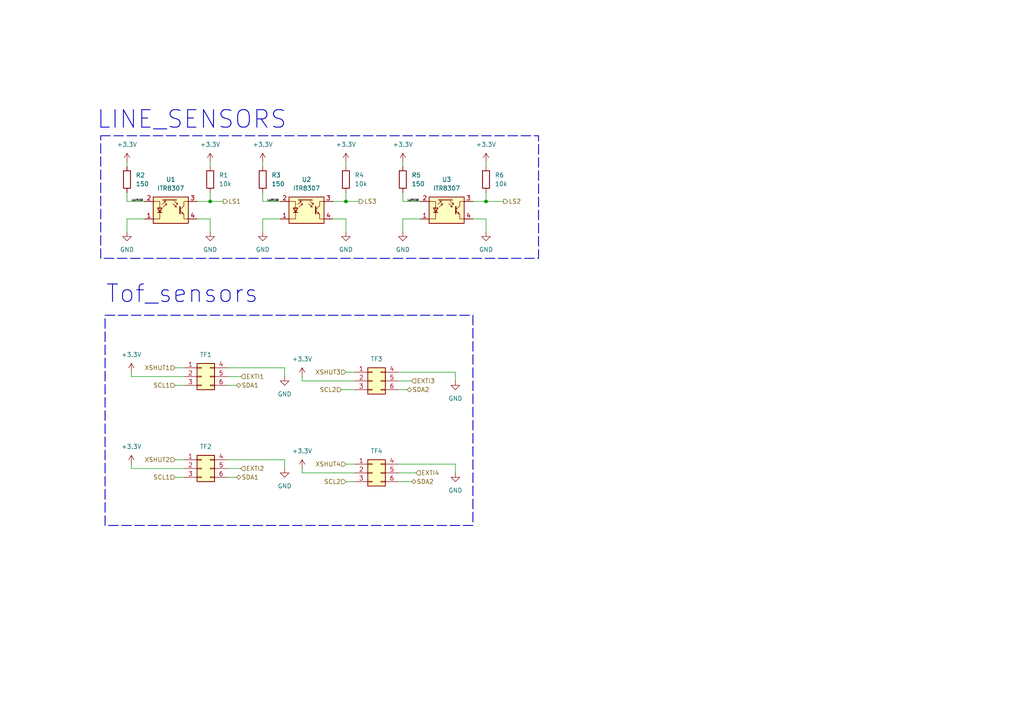
<source format=kicad_sch>
(kicad_sch (version 20250114) (generator "eeschema") (generator_version "9.0")
  (paper "A4")
  (lib_symbols
    (symbol "Connector_Generic:Conn_02x03_Top_Bottom" (pin_names (offset 1.016) (hide yes))
      (property "Reference" "J" (at 1.27 5.08 0))
      (property "Value" "Conn_02x03_Top_Bottom" (at 1.27 -5.08 0))
      (symbol "Conn_02x03_Top_Bottom_1_1"
        (rectangle (start -1.27 3.81) (end 3.81 -3.81) (stroke (width 0.254)) (fill (type background)))
        (rectangle (start -1.27 2.667) (end 0 2.413) (stroke (width 0.1524)))
        (rectangle (start -1.27 0.127) (end 0 -0.127) (stroke (width 0.1524)))
        (rectangle (start -1.27 -2.413) (end 0 -2.667) (stroke (width 0.1524)))
        (rectangle (start 3.81 2.667) (end 2.54 2.413) (stroke (width 0.1524)))
        (rectangle (start 3.81 0.127) (end 2.54 -0.127) (stroke (width 0.1524)))
        (rectangle (start 3.81 -2.413) (end 2.54 -2.667) (stroke (width 0.1524)))
        (pin passive line (at -5.08 2.54 0) (length 3.81) (name "Pin_1") (number "1"))
        (pin passive line (at -5.08 0 0) (length 3.81) (name "Pin_2") (number "2"))
        (pin passive line (at -5.08 -2.54 0) (length 3.81) (name "Pin_3") (number "3"))
        (pin passive line (at 7.62 2.54 180) (length 3.81) (name "Pin_4") (number "4"))
        (pin passive line (at 7.62 0 180) (length 3.81) (name "Pin_5") (number "5"))
        (pin passive line (at 7.62 -2.54 180) (length 3.81) (name "Pin_6") (number "6"))
      )
    )
    (symbol "Device:R" (pin_numbers (hide yes)) (pin_names (offset 0))
      (property "Reference" "R" (at 2.032 0 90))
      (property "Value" "R" (at 0 0 90))
      (symbol "R_0_1"
        (rectangle (start -1.016 -2.54) (end 1.016 2.54) (stroke (width 0.254)))
      )
      (symbol "R_1_1"
        (pin passive line (at 0 3.81 270) (length 1.27) (name "~") (number "1"))
        (pin passive line (at 0 -3.81 90) (length 1.27) (name "~") (number "2"))
      )
    )
    (symbol "ITR8307_1" (pin_names (offset 0.0254) (hide yes))
      (property "Reference" "U1" (at 0 8.89 0))
      (property "Value" "ITR8307" (at 0 6.35 0))
      (symbol "ITR8307_1_0_1"
        (polyline (pts (xy -5.08 -2.54) (xy -3.175 -2.54) (xy -3.175 2.54) (xy -5.08 2.54)))
        (polyline (pts (xy -5.08 -3.81) (xy 5.08 -3.81) (xy 5.08 3.81) (xy -5.08 3.81) (xy -5.08 -3.81)) (stroke (width 0.254)) (fill (type background)))
        (polyline (pts (xy -3.81 -0.635) (xy -2.54 -0.635)) (stroke (width 0.254)))
        (polyline (pts (xy -3.175 -0.635) (xy -3.81 0.635) (xy -2.54 0.635) (xy -3.175 -0.635)) (stroke (width 0.254)))
        (polyline (pts (xy -2.54 1.651) (xy -1.524 2.667) (xy -2.032 2.54)))
        (polyline (pts (xy -2.286 2.921) (xy -2.032 3.175)))
        (polyline (pts (xy -2.159 0.889) (xy -1.143 1.905) (xy -1.651 1.778)))
        (polyline (pts (xy -1.778 2.921) (xy -1.524 3.175)))
        (polyline (pts (xy -1.524 2.667) (xy -1.651 2.159)))
        (polyline (pts (xy -1.27 2.921) (xy -1.016 3.175)))
        (polyline (pts (xy -1.143 1.905) (xy -1.27 1.397)))
        (polyline (pts (xy -0.762 2.921) (xy -0.508 3.175)))
        (polyline (pts (xy -0.254 2.921) (xy 0 3.175)))
        (polyline (pts (xy 0.254 2.921) (xy 0.508 3.175)))
        (polyline (pts (xy 0.635 1.905) (xy 1.651 0.889) (xy 1.524 1.397)))
        (polyline (pts (xy 0.762 2.921) (xy 1.016 3.175)))
        (polyline (pts (xy 1.016 2.667) (xy 2.032 1.651) (xy 1.905 2.159)))
        (polyline (pts (xy 1.27 2.921) (xy 1.524 3.175)))
        (polyline (pts (xy 1.651 0.889) (xy 1.143 1.016)))
        (polyline (pts (xy 1.778 2.921) (xy -2.413 2.921)))
        (polyline (pts (xy 2.032 1.651) (xy 1.524 1.778)))
        (polyline (pts (xy 2.667 1.016) (xy 2.667 -1.016) (xy 2.667 -1.016)) (stroke (width 0.3556)))
        (polyline (pts (xy 2.667 0.127) (xy 3.81 1.27)))
        (polyline (pts (xy 2.667 -0.127) (xy 3.81 -1.27)))
        (polyline (pts (xy 3.683 -1.143) (xy 3.429 -0.635) (xy 3.175 -0.889) (xy 3.683 -1.143)))
        (polyline (pts (xy 3.81 1.27) (xy 3.81 2.54) (xy 5.08 2.54)))
        (polyline (pts (xy 3.81 -1.27) (xy 3.81 -2.54) (xy 5.08 -2.54)))
      )
      (symbol "ITR8307_1_1_1"
        (pin passive line (at -7.62 2.54 0) (length 2.54) (name "A") (number "2"))
        (pin passive line (at -7.62 -2.54 0) (length 2.54) (name "K") (number "1"))
        (pin open_collector line (at 7.62 2.54 180) (length 2.54) (name "C") (number "3"))
        (pin passive line (at 7.62 -2.54 180) (length 2.54) (name "E") (number "4"))
      )
    )
    (symbol "ITR8307_2" (pin_names (offset 0.0254) (hide yes))
      (property "Reference" "U2" (at 0 8.89 0))
      (property "Value" "ITR8307" (at 0 6.35 0))
      (symbol "ITR8307_2_0_1"
        (polyline (pts (xy -5.08 -2.54) (xy -3.175 -2.54) (xy -3.175 2.54) (xy -5.08 2.54)))
        (polyline (pts (xy -5.08 -3.81) (xy 5.08 -3.81) (xy 5.08 3.81) (xy -5.08 3.81) (xy -5.08 -3.81)) (stroke (width 0.254)) (fill (type background)))
        (polyline (pts (xy -3.81 -0.635) (xy -2.54 -0.635)) (stroke (width 0.254)))
        (polyline (pts (xy -3.175 -0.635) (xy -3.81 0.635) (xy -2.54 0.635) (xy -3.175 -0.635)) (stroke (width 0.254)))
        (polyline (pts (xy -2.54 1.651) (xy -1.524 2.667) (xy -2.032 2.54)))
        (polyline (pts (xy -2.286 2.921) (xy -2.032 3.175)))
        (polyline (pts (xy -2.159 0.889) (xy -1.143 1.905) (xy -1.651 1.778)))
        (polyline (pts (xy -1.778 2.921) (xy -1.524 3.175)))
        (polyline (pts (xy -1.524 2.667) (xy -1.651 2.159)))
        (polyline (pts (xy -1.27 2.921) (xy -1.016 3.175)))
        (polyline (pts (xy -1.143 1.905) (xy -1.27 1.397)))
        (polyline (pts (xy -0.762 2.921) (xy -0.508 3.175)))
        (polyline (pts (xy -0.254 2.921) (xy 0 3.175)))
        (polyline (pts (xy 0.254 2.921) (xy 0.508 3.175)))
        (polyline (pts (xy 0.635 1.905) (xy 1.651 0.889) (xy 1.524 1.397)))
        (polyline (pts (xy 0.762 2.921) (xy 1.016 3.175)))
        (polyline (pts (xy 1.016 2.667) (xy 2.032 1.651) (xy 1.905 2.159)))
        (polyline (pts (xy 1.27 2.921) (xy 1.524 3.175)))
        (polyline (pts (xy 1.651 0.889) (xy 1.143 1.016)))
        (polyline (pts (xy 1.778 2.921) (xy -2.413 2.921)))
        (polyline (pts (xy 2.032 1.651) (xy 1.524 1.778)))
        (polyline (pts (xy 2.667 1.016) (xy 2.667 -1.016) (xy 2.667 -1.016)) (stroke (width 0.3556)))
        (polyline (pts (xy 2.667 0.127) (xy 3.81 1.27)))
        (polyline (pts (xy 2.667 -0.127) (xy 3.81 -1.27)))
        (polyline (pts (xy 3.683 -1.143) (xy 3.429 -0.635) (xy 3.175 -0.889) (xy 3.683 -1.143)))
        (polyline (pts (xy 3.81 1.27) (xy 3.81 2.54) (xy 5.08 2.54)))
        (polyline (pts (xy 3.81 -1.27) (xy 3.81 -2.54) (xy 5.08 -2.54)))
      )
      (symbol "ITR8307_2_1_1"
        (pin passive line (at -7.62 2.54 0) (length 2.54) (name "A") (number "2"))
        (pin passive line (at -7.62 -2.54 0) (length 2.54) (name "K") (number "1"))
        (pin open_collector line (at 7.62 2.54 180) (length 2.54) (name "C") (number "3"))
        (pin passive line (at 7.62 -2.54 180) (length 2.54) (name "E") (number "4"))
      )
    )
    (symbol "Sensor_Proximity:ITR8307" (pin_names (offset 0.0254) (hide yes))
      (property "Reference" "U3" (at 0 8.89 0))
      (property "Value" "ITR8307" (at 0 6.35 0))
      (symbol "ITR8307_0_1"
        (polyline (pts (xy -5.08 -2.54) (xy -3.175 -2.54) (xy -3.175 2.54) (xy -5.08 2.54)))
        (polyline (pts (xy -5.08 -3.81) (xy 5.08 -3.81) (xy 5.08 3.81) (xy -5.08 3.81) (xy -5.08 -3.81)) (stroke (width 0.254)) (fill (type background)))
        (polyline (pts (xy -3.81 -0.635) (xy -2.54 -0.635)) (stroke (width 0.254)))
        (polyline (pts (xy -3.175 -0.635) (xy -3.81 0.635) (xy -2.54 0.635) (xy -3.175 -0.635)) (stroke (width 0.254)))
        (polyline (pts (xy -2.54 1.651) (xy -1.524 2.667) (xy -2.032 2.54)))
        (polyline (pts (xy -2.286 2.921) (xy -2.032 3.175)))
        (polyline (pts (xy -2.159 0.889) (xy -1.143 1.905) (xy -1.651 1.778)))
        (polyline (pts (xy -1.778 2.921) (xy -1.524 3.175)))
        (polyline (pts (xy -1.524 2.667) (xy -1.651 2.159)))
        (polyline (pts (xy -1.27 2.921) (xy -1.016 3.175)))
        (polyline (pts (xy -1.143 1.905) (xy -1.27 1.397)))
        (polyline (pts (xy -0.762 2.921) (xy -0.508 3.175)))
        (polyline (pts (xy -0.254 2.921) (xy 0 3.175)))
        (polyline (pts (xy 0.254 2.921) (xy 0.508 3.175)))
        (polyline (pts (xy 0.635 1.905) (xy 1.651 0.889) (xy 1.524 1.397)))
        (polyline (pts (xy 0.762 2.921) (xy 1.016 3.175)))
        (polyline (pts (xy 1.016 2.667) (xy 2.032 1.651) (xy 1.905 2.159)))
        (polyline (pts (xy 1.27 2.921) (xy 1.524 3.175)))
        (polyline (pts (xy 1.651 0.889) (xy 1.143 1.016)))
        (polyline (pts (xy 1.778 2.921) (xy -2.413 2.921)))
        (polyline (pts (xy 2.032 1.651) (xy 1.524 1.778)))
        (polyline (pts (xy 2.667 1.016) (xy 2.667 -1.016) (xy 2.667 -1.016)) (stroke (width 0.3556)))
        (polyline (pts (xy 2.667 0.127) (xy 3.81 1.27)))
        (polyline (pts (xy 2.667 -0.127) (xy 3.81 -1.27)))
        (polyline (pts (xy 3.683 -1.143) (xy 3.429 -0.635) (xy 3.175 -0.889) (xy 3.683 -1.143)))
        (polyline (pts (xy 3.81 1.27) (xy 3.81 2.54) (xy 5.08 2.54)))
        (polyline (pts (xy 3.81 -1.27) (xy 3.81 -2.54) (xy 5.08 -2.54)))
      )
      (symbol "ITR8307_1_1"
        (pin passive line (at -7.62 2.54 0) (length 2.54) (name "A") (number "2"))
        (pin passive line (at -7.62 -2.54 0) (length 2.54) (name "K") (number "1"))
        (pin open_collector line (at 7.62 2.54 180) (length 2.54) (name "C") (number "3"))
        (pin passive line (at 7.62 -2.54 180) (length 2.54) (name "E") (number "4"))
      )
    )
    (symbol "power:+3.3V" (power) (pin_numbers (hide yes)) (pin_names (offset 0) (hide yes))
      (property "Value" "+3.3V" (at 0 3.556 0))
      (symbol "+3.3V_0_1"
        (polyline (pts (xy -0.762 1.27) (xy 0 2.54)))
        (polyline (pts (xy 0 2.54) (xy 0.762 1.27)))
        (polyline (pts (xy 0 0) (xy 0 2.54)))
      )
      (symbol "+3.3V_1_1"
        (pin power_in line (at 0 0 90) (length 0) (name "~") (number "1"))
      )
    )
    (symbol "power:GND" (power) (pin_numbers (hide yes)) (pin_names (offset 0) (hide yes))
      (property "Value" "GND" (at 0 -3.81 0))
      (symbol "GND_0_1"
        (polyline (pts (xy 0 0) (xy 0 -1.27) (xy 1.27 -1.27) (xy 0 -2.54) (xy -1.27 -1.27) (xy 0 -1.27)))
      )
      (symbol "GND_1_1"
        (pin power_in line (at 0 0 270) (length 0) (name "~") (number "1"))
      )
    )
  )
  (rectangle (start 29.21 39.37) (end 156.21 74.93) (stroke (width 0.254) (type dash)))
  (rectangle (start 30.48 91.44) (end 137.16 152.4) (stroke (width 0.254) (type dash)))
  (rectangle (start 29.21 69.85) (end 29.21 69.85))
  (text "Tof_sensors\n" (at 52.832 85.344 0) (effects (font (size 5.08 5.08) (thickness 0.254) (bold yes))))
  (text "LINE_SENSORS\n" (at 55.626 34.798 0) (effects (font (size 5.08 5.08) (thickness 0.254) (bold yes))))
  (junction (at 60.96 58.42))
  (junction (at 100.33 58.42))
  (junction (at 140.97 58.42))
  (wire (pts (xy 60.96 55.88) (xy 60.96 58.42)))
  (wire (pts (xy 115.57 110.49) (xy 119.38 110.49)))
  (wire (pts (xy 66.04 106.68) (xy 82.55 106.68)))
  (wire (pts (xy 140.97 58.42) (xy 140.97 55.88)))
  (wire (pts (xy 115.57 107.95) (xy 132.08 107.95)))
  (wire (pts (xy 38.1 109.22) (xy 38.1 107.95)))
  (wire (pts (xy 100.33 107.95) (xy 102.87 107.95)))
  (wire (pts (xy 116.84 55.88) (xy 116.84 58.42)))
  (wire (pts (xy 132.08 107.95) (xy 132.08 110.49)))
  (wire (pts (xy 100.33 58.42) (xy 104.14 58.42)))
  (wire (pts (xy 50.8 138.43) (xy 53.34 138.43)))
  (wire (pts (xy 36.83 48.26) (xy 36.83 46.99)))
  (wire (pts (xy 137.16 63.5) (xy 140.97 63.5)))
  (wire (pts (xy 50.8 133.35) (xy 53.34 133.35)))
  (wire (pts (xy 99.06 113.03) (xy 102.87 113.03)))
  (wire (pts (xy 60.96 58.42) (xy 64.77 58.42)))
  (wire (pts (xy 115.57 137.16) (xy 120.65 137.16)))
  (wire (pts (xy 76.2 58.42) (xy 81.28 58.42)))
  (wire (pts (xy 102.87 137.16) (xy 87.63 137.16)))
  (wire (pts (xy 76.2 63.5) (xy 81.28 63.5)))
  (wire (pts (xy 100.33 139.7) (xy 102.87 139.7)))
  (wire (pts (xy 36.83 67.31) (xy 36.83 63.5)))
  (wire (pts (xy 50.8 106.68) (xy 53.34 106.68)))
  (wire (pts (xy 87.63 137.16) (xy 87.63 135.89)))
  (wire (pts (xy 76.2 55.88) (xy 76.2 58.42)))
  (wire (pts (xy 116.84 58.42) (xy 121.92 58.42)))
  (wire (pts (xy 140.97 63.5) (xy 140.97 67.31)))
  (wire (pts (xy 140.97 48.26) (xy 140.97 46.99)))
  (wire (pts (xy 60.96 48.26) (xy 60.96 46.99)))
  (wire (pts (xy 116.84 67.31) (xy 116.84 63.5)))
  (wire (pts (xy 87.63 110.49) (xy 87.63 109.22)))
  (wire (pts (xy 66.04 133.35) (xy 82.55 133.35)))
  (wire (pts (xy 50.8 111.76) (xy 53.34 111.76)))
  (wire (pts (xy 38.1 135.89) (xy 38.1 134.62)))
  (wire (pts (xy 66.04 109.22) (xy 69.85 109.22)))
  (wire (pts (xy 36.83 63.5) (xy 41.91 63.5)))
  (wire (pts (xy 66.04 135.89) (xy 69.85 135.89)))
  (wire (pts (xy 100.33 134.62) (xy 102.87 134.62)))
  (wire (pts (xy 57.15 63.5) (xy 60.96 63.5)))
  (wire (pts (xy 82.55 106.68) (xy 82.55 109.22)))
  (wire (pts (xy 96.52 58.42) (xy 100.33 58.42)))
  (wire (pts (xy 116.84 63.5) (xy 121.92 63.5)))
  (wire (pts (xy 115.57 113.03) (xy 118.11 113.03)))
  (wire (pts (xy 115.57 134.62) (xy 132.08 134.62)))
  (wire (pts (xy 82.55 133.35) (xy 82.55 135.89)))
  (wire (pts (xy 53.34 135.89) (xy 38.1 135.89)))
  (wire (pts (xy 60.96 63.5) (xy 60.96 67.31)))
  (wire (pts (xy 66.04 138.43) (xy 68.58 138.43)))
  (wire (pts (xy 57.15 58.42) (xy 60.96 58.42)))
  (wire (pts (xy 76.2 67.31) (xy 76.2 63.5)))
  (wire (pts (xy 100.33 63.5) (xy 100.33 67.31)))
  (wire (pts (xy 100.33 48.26) (xy 100.33 46.99)))
  (wire (pts (xy 76.2 48.26) (xy 76.2 46.99)))
  (wire (pts (xy 100.33 58.42) (xy 100.33 55.88)))
  (wire (pts (xy 66.04 111.76) (xy 68.58 111.76)))
  (wire (pts (xy 140.97 58.42) (xy 146.05 58.42)))
  (wire (pts (xy 132.08 134.62) (xy 132.08 137.16)))
  (wire (pts (xy 115.57 139.7) (xy 119.38 139.7)))
  (wire (pts (xy 36.83 55.88) (xy 36.83 58.42)))
  (wire (pts (xy 36.83 58.42) (xy 41.91 58.42)))
  (wire (pts (xy 137.16 58.42) (xy 140.97 58.42)))
  (wire (pts (xy 53.34 109.22) (xy 38.1 109.22)))
  (wire (pts (xy 102.87 110.49) (xy 87.63 110.49)))
  (wire (pts (xy 116.84 48.26) (xy 116.84 46.99)))
  (wire (pts (xy 96.52 63.5) (xy 100.33 63.5)))
  (label "Ls3R150" (at 77.47 58.42 0) (effects (font (size 0.508 0.508))))
  (label "Ls2R150" (at 118.11 58.42 0) (effects (font (size 0.508 0.508))))
  (label "Ls1R150" (at 38.1 58.42 0) (effects (font (size 0.508 0.508))))
  (hierarchical_label "SDA1" (shape bidirectional) (at 68.58 138.43 0))
  (hierarchical_label "SCL2" (shape input) (at 99.06 113.03 180))
  (hierarchical_label "SDA1" (shape bidirectional) (at 68.58 111.76 0))
  (hierarchical_label "SDA2" (shape bidirectional) (at 119.38 139.7 0))
  (hierarchical_label "SCL1" (shape input) (at 50.8 111.76 180))
  (hierarchical_label "XSHUT3" (shape input) (at 100.33 107.95 180))
  (hierarchical_label "XSHUT1" (shape input) (at 50.8 106.68 180))
  (hierarchical_label "EXTI2" (shape input) (at 69.85 135.89 0))
  (hierarchical_label "XSHUT4" (shape input) (at 100.33 134.62 180))
  (hierarchical_label "SCL1" (shape input) (at 50.8 138.43 180))
  (hierarchical_label "EXTI3" (shape input) (at 119.38 110.49 0))
  (hierarchical_label "SCL2" (shape input) (at 100.33 139.7 180))
  (hierarchical_label "LS1" (shape output) (at 64.77 58.42 0))
  (hierarchical_label "LS2" (shape output) (at 146.05 58.42 0))
  (hierarchical_label "LS3" (shape output) (at 104.14 58.42 0))
  (hierarchical_label "XSHUT2" (shape input) (at 50.8 133.35 180))
  (hierarchical_label "EXTI4" (shape input) (at 120.65 137.16 0))
  (hierarchical_label "SDA2" (shape bidirectional) (at 118.11 113.03 0))
  (hierarchical_label "EXTI1" (shape input) (at 69.85 109.22 0))
  (symbol (lib_id "power:GND") (at 76.2 67.31 0) (unit 1)
    (property "Reference" "#PWR06" (effects (hide yes)))
    (property "Value" "GND" (at 76.2 72.39 0))
    (property "Description" "Power symbol creates a global label with name \"GND\" , ground" (effects (hide yes)))
  )
  (symbol (lib_id "power:+3.3V") (at 38.1 134.62 0) (unit 1)
    (property "Reference" "#PWR045" (effects (hide yes)))
    (property "Value" "+3.3V" (at 38.1 129.54 0))
    (property "Description" "Power symbol creates a global label with name \"+3.3V\"" (effects (hide yes)))
  )
  (symbol (lib_id "Sensor_Proximity:ITR8307") (at 129.54 60.96 0) (unit 1)
    (property "Reference" "U3" (at 129.54 52.07 0))
    (property "Value" "ITR8307" (at 129.54 54.61 0))
    (property "Footprint" "OptoDevice:Everlight_ITR8307" (effects (hide yes)))
    (property "Datasheet" "http://www.everlight.com/file/ProductFile/ITR8307.pdf" (effects (hide yes)))
    (property "Description" "Subminiature Reflective Optical Sensor, SMD-package with PCB-cutout" (effects (hide yes)))
  )
  (symbol (lib_id "Device:R") (at 36.83 52.07 0) (unit 1)
    (property "Reference" "R2" (at 39.37 50.7999 0) (effects (justify left)))
    (property "Value" "150" (at 39.37 53.3399 0) (effects (justify left)))
    (property "Footprint" "Resistor_SMD:R_0805_2012Metric_Pad1.20x1.40mm_HandSolder" (effects (hide yes)))
    (property "Description" "Resistor" (effects (hide yes)))
  )
  (symbol (lib_id "power:GND") (at 132.08 110.49 0) (unit 1)
    (property "Reference" "#PWR063" (effects (hide yes)))
    (property "Value" "GND" (at 132.08 115.57 0))
    (property "Description" "Power symbol creates a global label with name \"GND\" , ground" (effects (hide yes)))
  )
  (symbol (lib_id "power:+3.3V") (at 87.63 135.89 0) (unit 1)
    (property "Reference" "#PWR064" (effects (hide yes)))
    (property "Value" "+3.3V" (at 87.63 130.81 0))
    (property "Description" "Power symbol creates a global label with name \"+3.3V\"" (effects (hide yes)))
  )
  (symbol (lib_id "power:+3.3V") (at 100.33 46.99 0) (unit 1)
    (property "Reference" "#PWR07" (effects (hide yes)))
    (property "Value" "+3.3V" (at 100.33 41.91 0))
    (property "Description" "Power symbol creates a global label with name \"+3.3V\"" (effects (hide yes)))
  )
  (symbol (lib_id "Connector_Generic:Conn_02x03_Top_Bottom") (at 58.42 135.89 0) (unit 1)
    (property "Reference" "TF2" (at 59.69 129.54 0))
    (property "Value" "Conn_02x03_Top_Bottom" (effects (hide yes)))
    (property "Footprint" "Connector_PinHeader_2.54mm:PinHeader_2x03_P2.54mm_Vertical" (effects (hide yes)))
    (property "Description" "Generic connector, double row, 02x03, top/bottom pin numbering scheme (row 1: 1...pins_per_row, row2: pins_per_row+1 ... num_pins), script generated (kicad-library-utils/schlib/autogen/connector/)" (effects (hide yes)))
  )
  (symbol (lib_id "Device:R") (at 76.2 52.07 0) (unit 1)
    (property "Reference" "R3" (at 78.74 50.7999 0) (effects (justify left)))
    (property "Value" "150" (at 78.74 53.3399 0) (effects (justify left)))
    (property "Footprint" "Resistor_SMD:R_0805_2012Metric_Pad1.20x1.40mm_HandSolder" (effects (hide yes)))
    (property "Description" "Resistor" (effects (hide yes)))
  )
  (symbol (lib_id "power:+3.3V") (at 38.1 107.95 0) (unit 1)
    (property "Reference" "#PWR044" (effects (hide yes)))
    (property "Value" "+3.3V" (at 38.1 102.87 0))
    (property "Description" "Power symbol creates a global label with name \"+3.3V\"" (effects (hide yes)))
  )
  (symbol (lib_id "power:GND") (at 82.55 109.22 0) (unit 1)
    (property "Reference" "#PWR043" (effects (hide yes)))
    (property "Value" "GND" (at 82.55 114.3 0))
    (property "Description" "Power symbol creates a global label with name \"GND\" , ground" (effects (hide yes)))
  )
  (symbol (lib_id "power:+3.3V") (at 36.83 46.99 0) (unit 1)
    (property "Reference" "#PWR01" (effects (hide yes)))
    (property "Value" "+3.3V" (at 36.83 41.91 0))
    (property "Description" "Power symbol creates a global label with name \"+3.3V\"" (effects (hide yes)))
  )
  (symbol (lib_id "power:GND") (at 36.83 67.31 0) (unit 1)
    (property "Reference" "#PWR02" (effects (hide yes)))
    (property "Value" "GND" (at 36.83 72.39 0))
    (property "Description" "Power symbol creates a global label with name \"GND\" , ground" (effects (hide yes)))
  )
  (symbol (lib_id "power:+3.3V") (at 87.63 109.22 0) (unit 1)
    (property "Reference" "#PWR062" (effects (hide yes)))
    (property "Value" "+3.3V" (at 87.63 104.14 0))
    (property "Description" "Power symbol creates a global label with name \"+3.3V\"" (effects (hide yes)))
  )
  (symbol (lib_id "power:GND") (at 140.97 67.31 0) (unit 1)
    (property "Reference" "#PWR012" (effects (hide yes)))
    (property "Value" "GND" (at 140.97 72.39 0))
    (property "Description" "Power symbol creates a global label with name \"GND\" , ground" (effects (hide yes)))
  )
  (symbol (lib_id "power:GND") (at 116.84 67.31 0) (unit 1)
    (property "Reference" "#PWR010" (effects (hide yes)))
    (property "Value" "GND" (at 116.84 72.39 0))
    (property "Description" "Power symbol creates a global label with name \"GND\" , ground" (effects (hide yes)))
  )
  (symbol (lib_id "Connector_Generic:Conn_02x03_Top_Bottom") (at 107.95 137.16 0) (unit 1)
    (property "Reference" "TF4" (at 109.22 130.81 0))
    (property "Value" "Conn_02x03_Top_Bottom" (effects (hide yes)))
    (property "Footprint" "Connector_PinHeader_2.54mm:PinHeader_2x03_P2.54mm_Vertical" (effects (hide yes)))
    (property "Description" "Generic connector, double row, 02x03, top/bottom pin numbering scheme (row 1: 1...pins_per_row, row2: pins_per_row+1 ... num_pins), script generated (kicad-library-utils/schlib/autogen/connector/)" (effects (hide yes)))
  )
  (symbol (lib_id "power:+3.3V") (at 140.97 46.99 0) (unit 1)
    (property "Reference" "#PWR011" (effects (hide yes)))
    (property "Value" "+3.3V" (at 140.97 41.91 0))
    (property "Description" "Power symbol creates a global label with name \"+3.3V\"" (effects (hide yes)))
  )
  (symbol (lib_id "Device:R") (at 140.97 52.07 0) (unit 1)
    (property "Reference" "R6" (at 143.51 50.7999 0) (effects (justify left)))
    (property "Value" "10k" (at 143.51 53.3399 0) (effects (justify left)))
    (property "Footprint" "Resistor_SMD:R_0805_2012Metric_Pad1.20x1.40mm_HandSolder" (effects (hide yes)))
    (property "Description" "Resistor" (effects (hide yes)))
  )
  (symbol (lib_id "power:GND") (at 100.33 67.31 0) (unit 1)
    (property "Reference" "#PWR08" (effects (hide yes)))
    (property "Value" "GND" (at 100.33 72.39 0))
    (property "Description" "Power symbol creates a global label with name \"GND\" , ground" (effects (hide yes)))
  )
  (symbol (lib_id "power:+3.3V") (at 116.84 46.99 0) (unit 1)
    (property "Reference" "#PWR09" (effects (hide yes)))
    (property "Value" "+3.3V" (at 116.84 41.91 0))
    (property "Description" "Power symbol creates a global label with name \"+3.3V\"" (effects (hide yes)))
  )
  (symbol (lib_id "power:GND") (at 132.08 137.16 0) (unit 1)
    (property "Reference" "#PWR065" (effects (hide yes)))
    (property "Value" "GND" (at 132.08 142.24 0))
    (property "Description" "Power symbol creates a global label with name \"GND\" , ground" (effects (hide yes)))
  )
  (symbol (lib_id "power:GND") (at 82.55 135.89 0) (unit 1)
    (property "Reference" "#PWR046" (effects (hide yes)))
    (property "Value" "GND" (at 82.55 140.97 0))
    (property "Description" "Power symbol creates a global label with name \"GND\" , ground" (effects (hide yes)))
  )
  (symbol (lib_id "Device:R") (at 100.33 52.07 0) (unit 1)
    (property "Reference" "R4" (at 102.87 50.7999 0) (effects (justify left)))
    (property "Value" "10k" (at 102.87 53.3399 0) (effects (justify left)))
    (property "Footprint" "Resistor_SMD:R_0805_2012Metric_Pad1.20x1.40mm_HandSolder" (effects (hide yes)))
    (property "Description" "Resistor" (effects (hide yes)))
  )
  (symbol (lib_name "ITR8307_1") (lib_id "Sensor_Proximity:ITR8307") (at 49.53 60.96 0) (unit 1)
    (property "Reference" "U1" (at 49.53 52.07 0))
    (property "Value" "ITR8307" (at 49.53 54.61 0))
    (property "Footprint" "OptoDevice:Everlight_ITR8307" (effects (hide yes)))
    (property "Datasheet" "http://www.everlight.com/file/ProductFile/ITR8307.pdf" (effects (hide yes)))
    (property "Description" "Subminiature Reflective Optical Sensor, SMD-package with PCB-cutout" (effects (hide yes)))
  )
  (symbol (lib_id "Device:R") (at 60.96 52.07 0) (unit 1)
    (property "Reference" "R1" (at 63.5 50.7999 0) (effects (justify left)))
    (property "Value" "10k" (at 63.5 53.3399 0) (effects (justify left)))
    (property "Footprint" "Resistor_SMD:R_0805_2012Metric_Pad1.20x1.40mm_HandSolder" (effects (hide yes)))
    (property "Description" "Resistor" (effects (hide yes)))
  )
  (symbol (lib_id "power:+3.3V") (at 76.2 46.99 0) (unit 1)
    (property "Reference" "#PWR05" (effects (hide yes)))
    (property "Value" "+3.3V" (at 76.2 41.91 0))
    (property "Description" "Power symbol creates a global label with name \"+3.3V\"" (effects (hide yes)))
  )
  (symbol (lib_id "power:+3.3V") (at 60.96 46.99 0) (unit 1)
    (property "Reference" "#PWR04" (effects (hide yes)))
    (property "Value" "+3.3V" (at 60.96 41.91 0))
    (property "Description" "Power symbol creates a global label with name \"+3.3V\"" (effects (hide yes)))
  )
  (symbol (lib_id "Connector_Generic:Conn_02x03_Top_Bottom") (at 58.42 109.22 0) (unit 1)
    (property "Reference" "TF1" (at 59.69 102.87 0))
    (property "Value" "Conn_02x03_Top_Bottom" (effects (hide yes)))
    (property "Footprint" "Connector_PinHeader_2.54mm:PinHeader_2x03_P2.54mm_Vertical" (effects (hide yes)))
    (property "Description" "Generic connector, double row, 02x03, top/bottom pin numbering scheme (row 1: 1...pins_per_row, row2: pins_per_row+1 ... num_pins), script generated (kicad-library-utils/schlib/autogen/connector/)" (effects (hide yes)))
  )
  (symbol (lib_id "power:GND") (at 60.96 67.31 0) (unit 1)
    (property "Reference" "#PWR03" (effects (hide yes)))
    (property "Value" "GND" (at 60.96 72.39 0))
    (property "Description" "Power symbol creates a global label with name \"GND\" , ground" (effects (hide yes)))
  )
  (symbol (lib_id "Device:R") (at 116.84 52.07 0) (unit 1)
    (property "Reference" "R5" (at 119.38 50.7999 0) (effects (justify left)))
    (property "Value" "150" (at 119.38 53.3399 0) (effects (justify left)))
    (property "Footprint" "Resistor_SMD:R_0805_2012Metric_Pad1.20x1.40mm_HandSolder" (effects (hide yes)))
    (property "Description" "Resistor" (effects (hide yes)))
  )
  (symbol (lib_id "Connector_Generic:Conn_02x03_Top_Bottom") (at 107.95 110.49 0) (unit 1)
    (property "Reference" "TF3" (at 109.22 104.14 0))
    (property "Value" "Conn_02x03_Top_Bottom" (effects (hide yes)))
    (property "Footprint" "Connector_PinHeader_2.54mm:PinHeader_2x03_P2.54mm_Vertical" (effects (hide yes)))
    (property "Description" "Generic connector, double row, 02x03, top/bottom pin numbering scheme (row 1: 1...pins_per_row, row2: pins_per_row+1 ... num_pins), script generated (kicad-library-utils/schlib/autogen/connector/)" (effects (hide yes)))
  )
  (symbol (lib_name "ITR8307_2") (lib_id "Sensor_Proximity:ITR8307") (at 88.9 60.96 0) (unit 1)
    (property "Reference" "U2" (at 88.9 52.07 0))
    (property "Value" "ITR8307" (at 88.9 54.61 0))
    (property "Footprint" "OptoDevice:Everlight_ITR8307" (effects (hide yes)))
    (property "Datasheet" "http://www.everlight.com/file/ProductFile/ITR8307.pdf" (effects (hide yes)))
    (property "Description" "Subminiature Reflective Optical Sensor, SMD-package with PCB-cutout" (effects (hide yes)))
  )
)
</source>
